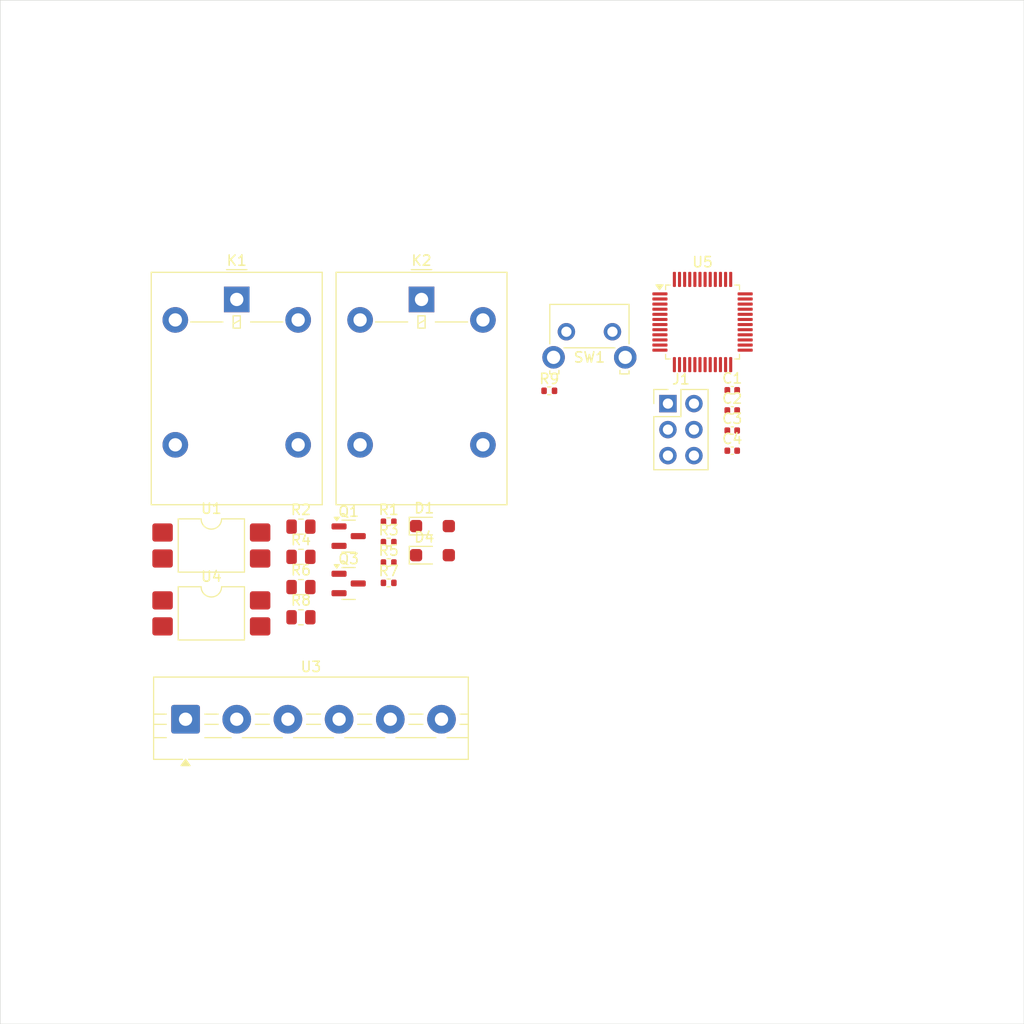
<source format=kicad_pcb>
(kicad_pcb (version 20241229) (generator "pcbnew") (generator_version "9.0")
  (layers (0 "F.Cu" signal) (2 "B.Cu" signal) (13 "F.Paste" user) (15 "B.Paste" user) (5 "F.SilkS" user "F.Silkscreen") (7 "B.SilkS" user "B.Silkscreen") (1 "F.Mask" user) (3 "B.Mask" user) (25 "Edge.Cuts" user))
  (net 0 "")
  (net 1 "/Mcu/VDD")
  (net 2 "GND")
  (net 3 "/Mcu/~{RESET}")
  (net 4 "Net-(D1-K)")
  (net 5 "Net-(D4-K)")
  (net 9 "/Mcu/UPDI")
  (net 10 "/ControlRelays/RELAY_START_NO")
  (net 11 "/ControlRelays/RELAY_START_COM")
  (net 16 "+12V")
  (net 17 "Net-(Q1-B)")
  (net 18 "Net-(Q3-B)")
  (net 19 "Net-(R1-Pad2)")
  (net 20 "Net-(R2-Pad2)")
  (net 21 "/ControlRelays/RELAY_START")
  (net 22 "/ControlRelays/RELAY_STOP")
  (net 23 "Net-(R6-Pad2)")
  (net 24 "Net-(R7-Pad2)")
  (net 25 "Net-(SW1A-B)")
  (net 27 "+5V")
  (net 29 "P_SENSOR_READING")
  (footprint "Relay_THT:Relay_SPDT_Omron-G5LE-1" (layer "F.Cu") (at 102.65 62.725)
    (property "Reference" "K2" (at 0 -3.8 0) (layer "F.SilkS"))
    (property "Value" "G5LE-1")
    (fp_line (start -8.35 -2.65) (end -8.35 20.05) (stroke (width 0.12)) (layer "F.SilkS") (net 1))
    (fp_line (start -8.35 20.05) (end 8.35 20.05) (stroke (width 0.12)) (layer "F.SilkS") (net 1))
    (fp_line (start -4.5 2.2) (end -1.35 2.2) (stroke (width 0.12)) (layer "F.SilkS") (net 1))
    (fp_line (start -1 -2.91) (end 1 -2.91) (stroke (width 0.12)) (layer "F.SilkS") (net 1))
    (fp_line (start -0.35 1.6) (end -0.35 2.8) (stroke (width 0.12)) (layer "F.SilkS") (net 1))
    (fp_line (start -0.35 2.4) (end 0.35 2) (stroke (width 0.12)) (layer "F.SilkS") (net 1))
    (fp_line (start -0.35 2.8) (end 0.35 2.8) (stroke (width 0.12)) (layer "F.SilkS") (net 1))
    (fp_line (start 0.35 1.6) (end -0.35 1.6) (stroke (width 0.12)) (layer "F.SilkS") (net 1))
    (fp_line (start 0.35 2.8) (end 0.35 1.6) (stroke (width 0.12)) (layer "F.SilkS") (net 1))
    (fp_line (start 1.35 2.2) (end 4.5 2.2) (stroke (width 0.12)) (layer "F.SilkS") (net 1))
    (fp_line (start 8.35 -2.65) (end -8.35 -2.65) (stroke (width 0.12)) (layer "F.SilkS") (net 1))
    (fp_line (start 8.35 20.05) (end 8.35 -2.65) (stroke (width 0.12)) (layer "F.SilkS") (net 1))
    (pad "1" thru_hole rect (at 0 0) (size 2.5 2.5) (drill 1.3) (layers "*.Cu" "*.Mask"))
    (pad "2" thru_hole oval (at -6 2) (size 2.5 2.5) (drill 1.3) (layers "*.Cu" "*.Mask") (net 2 "GND"))
    (pad "3" thru_hole oval (at -6 14.2) (size 2.5 2.5) (drill 1.3) (layers "*.Cu" "*.Mask"))
    (pad "4" thru_hole oval (at 6 14.2) (size 2.5 2.5) (drill 1.3) (layers "*.Cu" "*.Mask"))
    (pad "5" thru_hole oval (at 6 2) (size 2.5 2.5) (drill 1.3) (layers "*.Cu" "*.Mask") (net 4 "Net-(D1-K)"))
  )
  (footprint "Package_TO_SOT_SMD:SOT-23" (layer "F.Cu") (at 95.53 90.47)
    (property "Reference" "Q3" (at 0 -2.4 0) (layer "F.SilkS"))
    (property "Value" "MMBT5401")
    (fp_line (start 0 -1.56) (end -0.65 -1.56) (stroke (width 0.12)) (layer "F.SilkS") (net 1))
    (fp_line (start 0 -1.56) (end 0.65 -1.56) (stroke (width 0.12)) (layer "F.SilkS") (net 1))
    (fp_line (start 0 1.56) (end -0.65 1.56) (stroke (width 0.12)) (layer "F.SilkS") (net 1))
    (fp_line (start 0 1.56) (end 0.65 1.56) (stroke (width 0.12)) (layer "F.SilkS") (net 1))
    (fp_poly (pts (xy -1.1625 -1.51) (xy -1.4025 -1.84) (xy -0.9225 -1.84)) (stroke (width 0.12)) (fill yes) (layer "F.SilkS") (net 1))
    (pad "1" smd roundrect (at -0.9375 -0.95) (size 1.475 0.6) (layers "F.Cu" "F.Mask" "F.Paste") (net 18 "Net-(Q3-B)"))
    (pad "2" smd roundrect (at -0.9375 0.95) (size 1.475 0.6) (layers "F.Cu" "F.Mask" "F.Paste") (net 16 "+12V"))
    (pad "3" smd roundrect (at 0.9375 0) (size 1.475 0.6) (layers "F.Cu" "F.Mask" "F.Paste") (net 5 "Net-(D4-K)"))
  )
  (footprint "Package_TO_SOT_SMD:SOT-23" (layer "F.Cu") (at 95.53 85.845)
    (property "Reference" "Q1" (at 0 -2.4 0) (layer "F.SilkS"))
    (property "Value" "MMBT5401")
    (fp_line (start 0 -1.56) (end -0.65 -1.56) (stroke (width 0.12)) (layer "F.SilkS") (net 1))
    (fp_line (start 0 -1.56) (end 0.65 -1.56) (stroke (width 0.12)) (layer "F.SilkS") (net 1))
    (fp_line (start 0 1.56) (end -0.65 1.56) (stroke (width 0.12)) (layer "F.SilkS") (net 1))
    (fp_line (start 0 1.56) (end 0.65 1.56) (stroke (width 0.12)) (layer "F.SilkS") (net 1))
    (fp_poly (pts (xy -1.1625 -1.51) (xy -1.4025 -1.84) (xy -0.9225 -1.84)) (stroke (width 0.12)) (fill yes) (layer "F.SilkS") (net 1))
    (pad "1" smd roundrect (at -0.9375 -0.95) (size 1.475 0.6) (layers "F.Cu" "F.Mask" "F.Paste") (net 17 "Net-(Q1-B)"))
    (pad "2" smd roundrect (at -0.9375 0.95) (size 1.475 0.6) (layers "F.Cu" "F.Mask" "F.Paste") (net 16 "+12V"))
    (pad "3" smd roundrect (at 0.9375 0) (size 1.475 0.6) (layers "F.Cu" "F.Mask" "F.Paste") (net 4 "Net-(D1-K)"))
  )
  (footprint "Capacitor_SMD:C_0402_1005Metric" (layer "F.Cu") (at 133 77.5)
    (property "Reference" "C4" (at 0 -1.16 0) (layer "F.SilkS"))
    (property "Value" "100n")
    (fp_line (start -0.107836 -0.36) (end 0.107836 -0.36) (stroke (width 0.12)) (layer "F.SilkS") (net 1))
    (fp_line (start -0.107836 0.36) (end 0.107836 0.36) (stroke (width 0.12)) (layer "F.SilkS") (net 1))
    (pad "1" smd roundrect (at -0.48 0) (size 0.56 0.62) (layers "F.Cu" "F.Mask" "F.Paste") (net 1 "/Mcu/VDD"))
    (pad "2" smd roundrect (at 0.48 0) (size 0.56 0.62) (layers "F.Cu" "F.Mask" "F.Paste") (net 2 "GND"))
  )
  (footprint "Capacitor_SMD:C_0402_1005Metric" (layer "F.Cu") (at 133 73.56)
    (property "Reference" "C2" (at 0 -1.16 0) (layer "F.SilkS"))
    (property "Value" "100n")
    (fp_line (start -0.107836 -0.36) (end 0.107836 -0.36) (stroke (width 0.12)) (layer "F.SilkS") (net 1))
    (fp_line (start -0.107836 0.36) (end 0.107836 0.36) (stroke (width 0.12)) (layer "F.SilkS") (net 1))
    (pad "1" smd roundrect (at -0.48 0) (size 0.56 0.62) (layers "F.Cu" "F.Mask" "F.Paste") (net 3 "/Mcu/~{RESET}"))
    (pad "2" smd roundrect (at 0.48 0) (size 0.56 0.62) (layers "F.Cu" "F.Mask" "F.Paste") (net 2 "GND"))
  )
  (footprint "Capacitor_SMD:C_0402_1005Metric" (layer "F.Cu") (at 133 75.53)
    (property "Reference" "C3" (at 0 -1.16 0) (layer "F.SilkS"))
    (property "Value" "100n")
    (fp_line (start -0.107836 -0.36) (end 0.107836 -0.36) (stroke (width 0.12)) (layer "F.SilkS") (net 1))
    (fp_line (start -0.107836 0.36) (end 0.107836 0.36) (stroke (width 0.12)) (layer "F.SilkS") (net 1))
    (pad "1" smd roundrect (at -0.48 0) (size 0.56 0.62) (layers "F.Cu" "F.Mask" "F.Paste") (net 1 "/Mcu/VDD"))
    (pad "2" smd roundrect (at 0.48 0) (size 0.56 0.62) (layers "F.Cu" "F.Mask" "F.Paste") (net 2 "GND"))
  )
  (footprint "Resistor_SMD:R_0805_2012Metric" (layer "F.Cu") (at 90.87 84.92)
    (property "Reference" "R2" (at 0 -1.65 0) (layer "F.SilkS"))
    (property "Value" "220")
    (fp_line (start -0.227064 -0.735) (end 0.227064 -0.735) (stroke (width 0.12)) (layer "F.SilkS") (net 1))
    (fp_line (start -0.227064 0.735) (end 0.227064 0.735) (stroke (width 0.12)) (layer "F.SilkS") (net 1))
    (pad "1" smd roundrect (at -0.9125 0) (size 1.025 1.4) (layers "F.Cu" "F.Mask" "F.Paste") (roundrect_rratio 0.243902) (net 21 "/ControlRelays/RELAY_START"))
    (pad "2" smd roundrect (at 0.9125 0) (size 1.025 1.4) (layers "F.Cu" "F.Mask" "F.Paste") (roundrect_rratio 0.243902) (net 20 "Net-(R2-Pad2)"))
  )
  (footprint "Button_Switch_THT:SW_Tactile_SKHH_Angled" (layer "F.Cu") (at 116.8 65.88)
    (property "Reference" "SW1" (at 2.25 2.5 0) (layer "F.SilkS"))
    (property "Value" "SW_DPST_x2")
    (fp_line (start -1.62 -2.67) (end -1.62 1.18) (stroke (width 0.12)) (layer "F.SilkS") (net 1))
    (fp_line (start -1.62 3.82) (end -1.62 4.12) (stroke (width 0.12)) (layer "F.SilkS") (net 1))
    (fp_line (start -0.73 4.12) (end -1.62 4.12) (stroke (width 0.12)) (layer "F.SilkS") (net 1))
    (fp_line (start -0.73 4.12) (end -0.73 3.77) (stroke (width 0.12)) (layer "F.SilkS") (net 1))
    (fp_line (start -0.24 1.57) (end 4.74 1.57) (stroke (width 0.12)) (layer "F.SilkS") (net 1))
    (fp_line (start 5.23 4.12) (end 5.23 3.77) (stroke (width 0.12)) (layer "F.SilkS") (net 1))
    (fp_line (start 6.12 -2.67) (end -1.62 -2.67) (stroke (width 0.12)) (layer "F.SilkS") (net 1))
    (fp_line (start 6.12 1.18) (end 6.12 -2.67) (stroke (width 0.12)) (layer "F.SilkS") (net 1))
    (fp_line (start 6.12 3.82) (end 6.12 4.12) (stroke (width 0.12)) (layer "F.SilkS") (net 1))
    (fp_line (start 6.12 4.12) (end 5.23 4.12) (stroke (width 0.12)) (layer "F.SilkS") (net 1))
    (pad "" thru_hole circle (at -1.25 2.5 180) (size 2.2 2.2) (drill 1.3) (layers "*.Cu" "*.Mask"))
    (pad "" thru_hole circle (at 5.75 2.5 180) (size 2.2 2.2) (drill 1.3) (layers "*.Cu" "*.Mask"))
    (pad "1" thru_hole circle (at 0 0 180) (size 1.7 1.7) (drill 1) (layers "*.Cu" "*.Mask") (net 2 "GND"))
    (pad "2" thru_hole circle (at 4.5 0 180) (size 1.7 1.7) (drill 1) (layers "*.Cu" "*.Mask") (net 25 "Net-(SW1A-B)"))
  )
  (footprint "Resistor_SMD:R_0402_1005Metric" (layer "F.Cu") (at 99.44 88.42)
    (property "Reference" "R5" (at 0 -1.17 0) (layer "F.SilkS"))
    (property "Value" "20k")
    (fp_line (start -0.153641 -0.38) (end 0.153641 -0.38) (stroke (width 0.12)) (layer "F.SilkS") (net 1))
    (fp_line (start -0.153641 0.38) (end 0.153641 0.38) (stroke (width 0.12)) (layer "F.SilkS") (net 1))
    (pad "1" smd roundrect (at -0.51 0) (size 0.54 0.64) (layers "F.Cu" "F.Mask" "F.Paste") (net 22 "/ControlRelays/RELAY_STOP"))
    (pad "2" smd roundrect (at 0.51 0) (size 0.54 0.64) (layers "F.Cu" "F.Mask" "F.Paste") (net 2 "GND"))
  )
  (footprint "Resistor_SMD:R_0805_2012Metric" (layer "F.Cu") (at 90.87 87.87)
    (property "Reference" "R4" (at 0 -1.65 0) (layer "F.SilkS"))
    (property "Value" "1k5")
    (fp_line (start -0.227064 -0.735) (end 0.227064 -0.735) (stroke (width 0.12)) (layer "F.SilkS") (net 1))
    (fp_line (start -0.227064 0.735) (end 0.227064 0.735) (stroke (width 0.12)) (layer "F.SilkS") (net 1))
    (pad "1" smd roundrect (at -0.9125 0) (size 1.025 1.4) (layers "F.Cu" "F.Mask" "F.Paste") (roundrect_rratio 0.243902) (net 19 "Net-(R1-Pad2)"))
    (pad "2" smd roundrect (at 0.9125 0) (size 1.025 1.4) (layers "F.Cu" "F.Mask" "F.Paste") (roundrect_rratio 0.243902) (net 18 "Net-(Q3-B)"))
  )
  (footprint "TerminalBlock:TerminalBlock_MaiXu_MX126-5.0-06P_1x06_P5.00mm" (layer "F.Cu") (at 79.6 103.73)
    (property "Reference" "U3" (at 12.25 -5.12 0) (layer "F.SilkS"))
    (property "Value" "40PC015G")
    (fp_line (start -3.12 -4.12) (end 27.62 -4.12) (stroke (width 0.12)) (layer "F.SilkS") (net 1))
    (fp_line (start -3.12 -0.5) (end -1.88 -0.5) (stroke (width 0.12)) (layer "F.SilkS") (net 1))
    (fp_line (start -3.12 0.5) (end -1.88 0.5) (stroke (width 0.12)) (layer "F.SilkS") (net 1))
    (fp_line (start -3.12 1.8) (end -1.88 1.8) (stroke (width 0.12)) (layer "F.SilkS") (net 1))
    (fp_line (start -3.12 3.92) (end -3.12 -4.12) (stroke (width 0.12)) (layer "F.SilkS") (net 1))
    (fp_line (start -0.3 3.92) (end -3.12 3.92) (stroke (width 0.12)) (layer "F.SilkS") (net 1))
    (fp_line (start 1.88 -0.5) (end 3.188 -0.5) (stroke (width 0.12)) (layer "F.SilkS") (net 1))
    (fp_line (start 1.88 0.5) (end 3.188 0.5) (stroke (width 0.12)) (layer "F.SilkS") (net 1))
    (fp_line (start 1.88 1.8) (end 4.457 1.8) (stroke (width 0.12)) (layer "F.SilkS") (net 1))
    (fp_line (start 5.543 1.8) (end 9.457 1.8) (stroke (width 0.12)) (layer "F.SilkS") (net 1))
    (fp_line (start 6.812 -0.5) (end 8.188 -0.5) (stroke (width 0.12)) (layer "F.SilkS") (net 1))
    (fp_line (start 6.812 0.5) (end 8.188 0.5) (stroke (width 0.12)) (layer "F.SilkS") (net 1))
    (fp_line (start 10.543 1.8) (end 14.457 1.8) (stroke (width 0.12)) (layer "F.SilkS") (net 1))
    (fp_line (start 11.812 -0.5) (end 13.188 -0.5) (stroke (width 0.12)) (layer "F.SilkS") (net 1))
    (fp_line (start 11.812 0.5) (end 13.188 0.5) (stroke (width 0.12)) (layer "F.SilkS") (net 1))
    (fp_line (start 15.543 1.8) (end 19.457 1.8) (stroke (width 0.12)) (layer "F.SilkS") (net 1))
    (fp_line (start 16.812 -0.5) (end 18.188 -0.5) (stroke (width 0.12)) (layer "F.SilkS") (net 1))
    (fp_line (start 16.812 0.5) (end 18.188 0.5) (stroke (width 0.12)) (layer "F.SilkS") (net 1))
    (fp_line (start 20.543 1.8) (end 24.457 1.8) (stroke (width 0.12)) (layer "F.SilkS") (net 1))
    (fp_line (start 21.812 -0.5) (end 23.188 -0.5) (stroke (width 0.12)) (layer "F.SilkS") (net 1))
    (fp_line (start 21.812 0.5) (end 23.188 0.5) (stroke (width 0.12)) (layer "F.SilkS") (net 1))
    (fp_line (start 25.543 1.8) (end 27.62 1.8) (stroke (width 0.12)) (layer "F.SilkS") (net 1))
    (fp_line (start 26.812 -0.5) (end 27.62 -0.5) (stroke (width 0.12)) (layer "F.SilkS") (net 1))
    (fp_line (start 26.812 0.5) (end 27.62 0.5) (stroke (width 0.12)) (layer "F.SilkS") (net 1))
    (fp_line (start 27.62 -4.12) (end 27.62 3.92) (stroke (width 0.12)) (layer "F.SilkS") (net 1))
    (fp_line (start 27.62 3.92) (end 0.3 3.92) (stroke (width 0.12)) (layer "F.SilkS") (net 1))
    (fp_poly (pts (xy 0 3.92) (xy 0.44 4.53) (xy -0.44 4.53)) (stroke (width 0.12)) (fill yes) (layer "F.SilkS") (net 1))
    (pad "1" thru_hole roundrect (at 0 0) (size 2.8 2.8) (drill 1.3) (layers "*.Cu" "*.Mask") (roundrect_rratio 0.089286) (net 27 "+5V"))
    (pad "2" thru_hole circle (at 5 0) (size 2.8 2.8) (drill 1.3) (layers "*.Cu" "*.Mask") (net 2 "GND"))
    (pad "3" thru_hole circle (at 10 0) (size 2.8 2.8) (drill 1.3) (layers "*.Cu" "*.Mask") (net 29 "P_SENSOR_READING"))
    (pad "4" thru_hole circle (at 15 0) (size 2.8 2.8) (drill 1.3) (layers "*.Cu" "*.Mask"))
    (pad "5" thru_hole circle (at 20 0) (size 2.8 2.8) (drill 1.3) (layers "*.Cu" "*.Mask"))
    (pad "6" thru_hole circle (at 25 0) (size 2.8 2.8) (drill 1.3) (layers "*.Cu" "*.Mask"))
  )
  (footprint "Package_DIP:SMDIP-4_W9.53mm" (layer "F.Cu") (at 82.12 93.39)
    (property "Reference" "U4" (at 0 -3.6 0) (layer "F.SilkS"))
    (property "Value" "LTV-817S")
    (fp_line (start -3.235 -2.6) (end -3.235 2.6) (stroke (width 0.12)) (layer "F.SilkS") (net 1))
    (fp_line (start -3.235 2.6) (end 3.235 2.6) (stroke (width 0.12)) (layer "F.SilkS") (net 1))
    (fp_line (start -1 -2.6) (end -3.235 -2.6) (stroke (width 0.12)) (layer "F.SilkS") (net 1))
    (fp_line (start 3.235 -2.6) (end 1 -2.6) (stroke (width 0.12)) (layer "F.SilkS") (net 1))
    (fp_line (start 3.235 2.6) (end 3.235 -2.6) (stroke (width 0.12)) (layer "F.SilkS") (net 1))
    (fp_arc (start 1 -2.6) (mid 0 -1.6) (end -1 -2.6) (stroke (width 0.12)) (layer "F.SilkS") (net 1))
    (pad "1" smd roundrect (at -4.765 -1.27) (size 2 1.78) (layers "F.Cu" "F.Mask" "F.Paste") (roundrect_rratio 0.140449) (net 20 "Net-(R2-Pad2)"))
    (pad "2" smd roundrect (at -4.765 1.27) (size 2 1.78) (layers "F.Cu" "F.Mask" "F.Paste") (roundrect_rratio 0.140449) (net 2 "GND"))
    (pad "3" smd roundrect (at 4.765 1.27) (size 2 1.78) (layers "F.Cu" "F.Mask" "F.Paste") (roundrect_rratio 0.140449) (net 2 "GND"))
    (pad "4" smd roundrect (at 4.765 -1.27) (size 2 1.78) (layers "F.Cu" "F.Mask" "F.Paste") (roundrect_rratio 0.140449) (net 19 "Net-(R1-Pad2)"))
  )
  (footprint "Package_DIP:SMDIP-4_W9.53mm" (layer "F.Cu") (at 82.12 86.76)
    (property "Reference" "U1" (at 0 -3.6 0) (layer "F.SilkS"))
    (property "Value" "LTV-817S")
    (fp_line (start -3.235 -2.6) (end -3.235 2.6) (stroke (width 0.12)) (layer "F.SilkS") (net 1))
    (fp_line (start -3.235 2.6) (end 3.235 2.6) (stroke (width 0.12)) (layer "F.SilkS") (net 1))
    (fp_line (start -1 -2.6) (end -3.235 -2.6) (stroke (width 0.12)) (layer "F.SilkS") (net 1))
    (fp_line (start 3.235 -2.6) (end 1 -2.6) (stroke (width 0.12)) (layer "F.SilkS") (net 1))
    (fp_line (start 3.235 2.6) (end 3.235 -2.6) (stroke (width 0.12)) (layer "F.SilkS") (net 1))
    (fp_arc (start 1 -2.6) (mid 0 -1.6) (end -1 -2.6) (stroke (width 0.12)) (layer "F.SilkS") (net 1))
    (pad "1" smd roundrect (at -4.765 -1.27) (size 2 1.78) (layers "F.Cu" "F.Mask" "F.Paste") (roundrect_rratio 0.140449) (net 23 "Net-(R6-Pad2)"))
    (pad "2" smd roundrect (at -4.765 1.27) (size 2 1.78) (layers "F.Cu" "F.Mask" "F.Paste") (roundrect_rratio 0.140449) (net 2 "GND"))
    (pad "3" smd roundrect (at 4.765 1.27) (size 2 1.78) (layers "F.Cu" "F.Mask" "F.Paste") (roundrect_rratio 0.140449) (net 2 "GND"))
    (pad "4" smd roundrect (at 4.765 -1.27) (size 2 1.78) (layers "F.Cu" "F.Mask" "F.Paste") (roundrect_rratio 0.140449) (net 24 "Net-(R7-Pad2)"))
  )
  (footprint "pump:SM4007PL" (layer "F.Cu") (at 102.915 87.705)
    (property "Reference" "D4" (at 0 -1.75 0) (layer "F.SilkS"))
    (property "Value" "SM4007PL")
    (fp_line (start -1.46 -0.86) (end -1.46 0.86) (stroke (width 0.12)) (layer "F.SilkS") (net 1))
    (fp_line (start -1.46 0.86) (end 0.8 0.86) (stroke (width 0.12)) (layer "F.SilkS") (net 1))
    (fp_line (start 0.8 -0.86) (end -1.46 -0.86) (stroke (width 0.12)) (layer "F.SilkS") (net 1))
    (pad "1" smd roundrect (at -0.8 0) (size 1.2 1.2) (layers "F.Cu" "F.Mask" "F.Paste") (net 5 "Net-(D4-K)"))
    (pad "2" smd roundrect (at 2.4 0) (size 1.2 1.2) (layers "F.Cu" "F.Mask" "F.Paste") (net 2 "GND"))
  )
  (footprint "Resistor_SMD:R_0402_1005Metric" (layer "F.Cu") (at 99.44 86.43)
    (property "Reference" "R3" (at 0 -1.17 0) (layer "F.SilkS"))
    (property "Value" "20k")
    (fp_line (start -0.153641 -0.38) (end 0.153641 -0.38) (stroke (width 0.12)) (layer "F.SilkS") (net 1))
    (fp_line (start -0.153641 0.38) (end 0.153641 0.38) (stroke (width 0.12)) (layer "F.SilkS") (net 1))
    (pad "1" smd roundrect (at -0.51 0) (size 0.54 0.64) (layers "F.Cu" "F.Mask" "F.Paste") (net 21 "/ControlRelays/RELAY_START"))
    (pad "2" smd roundrect (at 0.51 0) (size 0.54 0.64) (layers "F.Cu" "F.Mask" "F.Paste") (net 2 "GND"))
  )
  (footprint "Capacitor_SMD:C_0402_1005Metric" (layer "F.Cu") (at 133 71.59)
    (property "Reference" "C1" (at 0 -1.16 0) (layer "F.SilkS"))
    (property "Value" "100n")
    (fp_line (start -0.107836 -0.36) (end 0.107836 -0.36) (stroke (width 0.12)) (layer "F.SilkS") (net 1))
    (fp_line (start -0.107836 0.36) (end 0.107836 0.36) (stroke (width 0.12)) (layer "F.SilkS") (net 1))
    (pad "1" smd roundrect (at -0.48 0) (size 0.56 0.62) (layers "F.Cu" "F.Mask" "F.Paste") (net 1 "/Mcu/VDD"))
    (pad "2" smd roundrect (at 0.48 0) (size 0.56 0.62) (layers "F.Cu" "F.Mask" "F.Paste") (net 2 "GND"))
  )
  (footprint "pump:SM4007PL" (layer "F.Cu") (at 102.915 84.865)
    (property "Reference" "D1" (at 0 -1.75 0) (layer "F.SilkS"))
    (property "Value" "SM4007PL")
    (fp_line (start -1.46 -0.86) (end -1.46 0.86) (stroke (width 0.12)) (layer "F.SilkS") (net 1))
    (fp_line (start -1.46 0.86) (end 0.8 0.86) (stroke (width 0.12)) (layer "F.SilkS") (net 1))
    (fp_line (start 0.8 -0.86) (end -1.46 -0.86) (stroke (width 0.12)) (layer "F.SilkS") (net 1))
    (pad "1" smd roundrect (at -0.8 0) (size 1.2 1.2) (layers "F.Cu" "F.Mask" "F.Paste") (net 4 "Net-(D1-K)"))
    (pad "2" smd roundrect (at 2.4 0) (size 1.2 1.2) (layers "F.Cu" "F.Mask" "F.Paste") (net 2 "GND"))
  )
  (footprint "Resistor_SMD:R_0805_2012Metric" (layer "F.Cu") (at 90.87 90.82)
    (property "Reference" "R6" (at 0 -1.65 0) (layer "F.SilkS"))
    (property "Value" "220")
    (fp_line (start -0.227064 -0.735) (end 0.227064 -0.735) (stroke (width 0.12)) (layer "F.SilkS") (net 1))
    (fp_line (start -0.227064 0.735) (end 0.227064 0.735) (stroke (width 0.12)) (layer "F.SilkS") (net 1))
    (pad "1" smd roundrect (at -0.9125 0) (size 1.025 1.4) (layers "F.Cu" "F.Mask" "F.Paste") (roundrect_rratio 0.243902) (net 22 "/ControlRelays/RELAY_STOP"))
    (pad "2" smd roundrect (at 0.9125 0) (size 1.025 1.4) (layers "F.Cu" "F.Mask" "F.Paste") (roundrect_rratio 0.243902) (net 23 "Net-(R6-Pad2)"))
  )
  (footprint "Resistor_SMD:R_0805_2012Metric" (layer "F.Cu") (at 90.87 93.77)
    (property "Reference" "R8" (at 0 -1.65 0) (layer "F.SilkS"))
    (property "Value" "1k5")
    (fp_line (start -0.227064 -0.735) (end 0.227064 -0.735) (stroke (width 0.12)) (layer "F.SilkS") (net 1))
    (fp_line (start -0.227064 0.735) (end 0.227064 0.735) (stroke (width 0.12)) (layer "F.SilkS") (net 1))
    (pad "1" smd roundrect (at -0.9125 0) (size 1.025 1.4) (layers "F.Cu" "F.Mask" "F.Paste") (roundrect_rratio 0.243902) (net 24 "Net-(R7-Pad2)"))
    (pad "2" smd roundrect (at 0.9125 0) (size 1.025 1.4) (layers "F.Cu" "F.Mask" "F.Paste") (roundrect_rratio 0.243902) (net 17 "Net-(Q1-B)"))
  )
  (footprint "Connector_PinHeader_2.54mm:PinHeader_2x03_P2.54mm_Vertical" (layer "F.Cu") (at 126.72 72.9)
    (property "Reference" "J1" (at 1.27 -2.38 0) (layer "F.SilkS"))
    (property "Value" "AVR-UPDI-6")
    (fp_line (start -1.38 -1.38) (end 0 -1.38) (stroke (width 0.12)) (layer "F.SilkS") (net 1))
    (fp_line (start -1.38 0) (end -1.38 -1.38) (stroke (width 0.12)) (layer "F.SilkS") (net 1))
    (fp_line (start -1.38 1.27) (end -1.38 6.46) (stroke (width 0.12)) (layer "F.SilkS") (net 1))
    (fp_line (start -1.38 1.27) (end 1.27 1.27) (stroke (width 0.12)) (layer "F.SilkS") (net 1))
    (fp_line (start -1.38 6.46) (end 3.92 6.46) (stroke (width 0.12)) (layer "F.SilkS") (net 1))
    (fp_line (start 1.27 -1.38) (end 3.92 -1.38) (stroke (width 0.12)) (layer "F.SilkS") (net 1))
    (fp_line (start 1.27 1.27) (end 1.27 -1.38) (stroke (width 0.12)) (layer "F.SilkS") (net 1))
    (fp_line (start 3.92 -1.38) (end 3.92 6.46) (stroke (width 0.12)) (layer "F.SilkS") (net 1))
    (pad "1" thru_hole rect (at 0 0) (size 1.7 1.7) (drill 1) (layers "*.Cu" "*.Mask") (net 9 "/Mcu/UPDI"))
    (pad "2" thru_hole circle (at 2.54 0) (size 1.7 1.7) (drill 1) (layers "*.Cu" "*.Mask") (net 1 "/Mcu/VDD"))
    (pad "3" thru_hole circle (at 0 2.54) (size 1.7 1.7) (drill 1) (layers "*.Cu" "*.Mask"))
    (pad "4" thru_hole circle (at 2.54 2.54) (size 1.7 1.7) (drill 1) (layers "*.Cu" "*.Mask"))
    (pad "5" thru_hole circle (at 0 5.08) (size 1.7 1.7) (drill 1) (layers "*.Cu" "*.Mask"))
    (pad "6" thru_hole circle (at 2.54 5.08) (size 1.7 1.7) (drill 1) (layers "*.Cu" "*.Mask") (net 2 "GND"))
  )
  (footprint "Resistor_SMD:R_0402_1005Metric" (layer "F.Cu") (at 115.13 71.65)
    (property "Reference" "R9" (at 0 -1.17 0) (layer "F.SilkS"))
    (property "Value" "330")
    (fp_line (start -0.153641 -0.38) (end 0.153641 -0.38) (stroke (width 0.12)) (layer "F.SilkS") (net 1))
    (fp_line (start -0.153641 0.38) (end 0.153641 0.38) (stroke (width 0.12)) (layer "F.SilkS") (net 1))
    (pad "1" smd roundrect (at -0.51 0) (size 0.54 0.64) (layers "F.Cu" "F.Mask" "F.Paste") (net 25 "Net-(SW1A-B)"))
    (pad "2" smd roundrect (at 0.51 0) (size 0.54 0.64) (layers "F.Cu" "F.Mask" "F.Paste") (net 3 "/Mcu/~{RESET}"))
  )
  (footprint "Resistor_SMD:R_0402_1005Metric" (layer "F.Cu") (at 99.44 84.44)
    (property "Reference" "R1" (at 0 -1.17 0) (layer "F.SilkS"))
    (property "Value" "20k")
    (fp_line (start -0.153641 -0.38) (end 0.153641 -0.38) (stroke (width 0.12)) (layer "F.SilkS") (net 1))
    (fp_line (start -0.153641 0.38) (end 0.153641 0.38) (stroke (width 0.12)) (layer "F.SilkS") (net 1))
    (pad "1" smd roundrect (at -0.51 0) (size 0.54 0.64) (layers "F.Cu" "F.Mask" "F.Paste") (net 16 "+12V"))
    (pad "2" smd roundrect (at 0.51 0) (size 0.54 0.64) (layers "F.Cu" "F.Mask" "F.Paste") (net 19 "Net-(R1-Pad2)"))
  )
  (footprint "Relay_THT:Relay_SPDT_Omron-G5LE-1" (layer "F.Cu") (at 84.6 62.725)
    (property "Reference" "K1" (at 0 -3.8 0) (layer "F.SilkS"))
    (property "Value" "G5LE-1")
    (fp_line (start -8.35 -2.65) (end -8.35 20.05) (stroke (width 0.12)) (layer "F.SilkS") (net 1))
    (fp_line (start -8.35 20.05) (end 8.35 20.05) (stroke (width 0.12)) (layer "F.SilkS") (net 1))
    (fp_line (start -4.5 2.2) (end -1.35 2.2) (stroke (width 0.12)) (layer "F.SilkS") (net 1))
    (fp_line (start -1 -2.91) (end 1 -2.91) (stroke (width 0.12)) (layer "F.SilkS") (net 1))
    (fp_line (start -0.35 1.6) (end -0.35 2.8) (stroke (width 0.12)) (layer "F.SilkS") (net 1))
    (fp_line (start -0.35 2.4) (end 0.35 2) (stroke (width 0.12)) (layer "F.SilkS") (net 1))
    (fp_line (start -0.35 2.8) (end 0.35 2.8) (stroke (width 0.12)) (layer "F.SilkS") (net 1))
    (fp_line (start 0.35 1.6) (end -0.35 1.6) (stroke (width 0.12)) (layer "F.SilkS") (net 1))
    (fp_line (start 0.35 2.8) (end 0.35 1.6) (stroke (width 0.12)) (layer "F.SilkS") (net 1))
    (fp_line (start 1.35 2.2) (end 4.5 2.2) (stroke (width 0.12)) (layer "F.SilkS") (net 1))
    (fp_line (start 8.35 -2.65) (end -8.35 -2.65) (stroke (width 0.12)) (layer "F.SilkS") (net 1))
    (fp_line (start 8.35 20.05) (end 8.35 -2.65) (stroke (width 0.12)) (layer "F.SilkS") (net 1))
    (pad "1" thru_hole rect (at 0 0) (size 2.5 2.5) (drill 1.3) (layers "*.Cu" "*.Mask") (net 11 "/ControlRelays/RELAY_START_COM"))
    (pad "2" thru_hole oval (at -6 2) (size 2.5 2.5) (drill 1.3) (layers "*.Cu" "*.Mask") (net 2 "GND"))
    (pad "3" thru_hole oval (at -6 14.2) (size 2.5 2.5) (drill 1.3) (layers "*.Cu" "*.Mask") (net 10 "/ControlRelays/RELAY_START_NO"))
    (pad "4" thru_hole oval (at 6 14.2) (size 2.5 2.5) (drill 1.3) (layers "*.Cu" "*.Mask"))
    (pad "5" thru_hole oval (at 6 2) (size 2.5 2.5) (drill 1.3) (layers "*.Cu" "*.Mask") (net 5 "Net-(D4-K)"))
  )
  (footprint "Package_QFP:TQFP-48_7x7mm_P0.5mm" (layer "F.Cu") (at 130.1 64.93)
    (property "Reference" "U5" (at 0 -5.85 0) (layer "F.SilkS"))
    (property "Value" "AVR64DA48-I/PT")
    (fp_line (start -3.61 -3.61) (end -3.61 -3.16) (stroke (width 0.12)) (layer "F.SilkS") (net 1))
    (fp_line (start -3.61 3.61) (end -3.61 3.16) (stroke (width 0.12)) (layer "F.SilkS") (net 1))
    (fp_line (start -3.16 -3.61) (end -3.61 -3.61) (stroke (width 0.12)) (layer "F.SilkS") (net 1))
    (fp_line (start -3.16 3.61) (end -3.61 3.61) (stroke (width 0.12)) (layer "F.SilkS") (net 1))
    (fp_line (start 3.16 -3.61) (end 3.61 -3.61) (stroke (width 0.12)) (layer "F.SilkS") (net 1))
    (fp_line (start 3.16 3.61) (end 3.61 3.61) (stroke (width 0.12)) (layer "F.SilkS") (net 1))
    (fp_line (start 3.61 -3.61) (end 3.61 -3.16) (stroke (width 0.12)) (layer "F.SilkS") (net 1))
    (fp_line (start 3.61 3.61) (end 3.61 3.16) (stroke (width 0.12)) (layer "F.SilkS") (net 1))
    (fp_poly (pts (xy -4.2 -3.16) (xy -4.54 -3.63) (xy -3.86 -3.63)) (stroke (width 0.12)) (fill yes) (layer "F.SilkS") (net 1))
    (pad "1" smd roundrect (at -4.1625 -2.75) (size 1.475 0.3) (layers "F.Cu" "F.Mask" "F.Paste"))
    (pad "2" smd roundrect (at -4.1625 -2.25) (size 1.475 0.3) (layers "F.Cu" "F.Mask" "F.Paste"))
    (pad "3" smd roundrect (at -4.1625 -1.75) (size 1.475 0.3) (layers "F.Cu" "F.Mask" "F.Paste"))
    (pad "4" smd roundrect (at -4.1625 -1.25) (size 1.475 0.3) (layers "F.Cu" "F.Mask" "F.Paste"))
    (pad "5" smd roundrect (at -4.1625 -0.75) (size 1.475 0.3) (layers "F.Cu" "F.Mask" "F.Paste"))
    (pad "6" smd roundrect (at -4.1625 -0.25) (size 1.475 0.3) (layers "F.Cu" "F.Mask" "F.Paste"))
    (pad "7" smd roundrect (at -4.1625 0.25) (size 1.475 0.3) (layers "F.Cu" "F.Mask" "F.Paste"))
    (pad "8" smd roundrect (at -4.1625 0.75) (size 1.475 0.3) (layers "F.Cu" "F.Mask" "F.Paste"))
    (pad "9" smd roundrect (at -4.1625 1.25) (size 1.475 0.3) (layers "F.Cu" "F.Mask" "F.Paste"))
    (pad "10" smd roundrect (at -4.1625 1.75) (size 1.475 0.3) (layers "F.Cu" "F.Mask" "F.Paste"))
    (pad "11" smd roundrect (at -4.1625 2.25) (size 1.475 0.3) (layers "F.Cu" "F.Mask" "F.Paste"))
    (pad "12" smd roundrect (at -4.1625 2.75) (size 1.475 0.3) (layers "F.Cu" "F.Mask" "F.Paste"))
    (pad "13" smd roundrect (at -2.75 4.1625) (size 0.3 1.475) (layers "F.Cu" "F.Mask" "F.Paste"))
    (pad "14" smd roundrect (at -2.25 4.1625) (size 0.3 1.475) (layers "F.Cu" "F.Mask" "F.Paste") (net 1 "/Mcu/VDD"))
    (pad "15" smd roundrect (at -1.75 4.1625) (size 0.3 1.475) (layers "F.Cu" "F.Mask" "F.Paste") (net 2 "GND"))
    (pad "16" smd roundrect (at -1.25 4.1625) (size 0.3 1.475) (layers "F.Cu" "F.Mask" "F.Paste"))
    (pad "17" smd roundrect (at -0.75 4.1625) (size 0.3 1.475) (layers "F.Cu" "F.Mask" "F.Paste"))
    (pad "18" smd roundrect (at -0.25 4.1625) (size 0.3 1.475) (layers "F.Cu" "F.Mask" "F.Paste"))
    (pad "19" smd roundrect (at 0.25 4.1625) (size 0.3 1.475) (layers "F.Cu" "F.Mask" "F.Paste"))
    (pad "20" smd roundrect (at 0.75 4.1625) (size 0.3 1.475) (layers "F.Cu" "F.Mask" "F.Paste"))
    (pad "21" smd roundrect (at 1.25 4.1625) (size 0.3 1.475) (layers "F.Cu" "F.Mask" "F.Paste"))
    (pad "22" smd roundrect (at 1.75 4.1625) (size 0.3 1.475) (layers "F.Cu" "F.Mask" "F.Paste"))
    (pad "23" smd roundrect (at 2.25 4.1625) (size 0.3 1.475) (layers "F.Cu" "F.Mask" "F.Paste"))
    (pad "24" smd roundrect (at 2.75 4.1625) (size 0.3 1.475) (layers "F.Cu" "F.Mask" "F.Paste"))
    (pad "25" smd roundrect (at 4.1625 2.75) (size 1.475 0.3) (layers "F.Cu" "F.Mask" "F.Paste"))
    (pad "26" smd roundrect (at 4.1625 2.25) (size 1.475 0.3) (layers "F.Cu" "F.Mask" "F.Paste"))
    (pad "27" smd roundrect (at 4.1625 1.75) (size 1.475 0.3) (layers "F.Cu" "F.Mask" "F.Paste"))
    (pad "28" smd roundrect (at 4.1625 1.25) (size 1.475 0.3) (layers "F.Cu" "F.Mask" "F.Paste") (net 1 "/Mcu/VDD"))
    (pad "29" smd roundrect (at 4.1625 0.75) (size 1.475 0.3) (layers "F.Cu" "F.Mask" "F.Paste") (net 2 "GND"))
    (pad "30" smd roundrect (at 4.1625 0.25) (size 1.475 0.3) (layers "F.Cu" "F.Mask" "F.Paste"))
    (pad "31" smd roundrect (at 4.1625 -0.25) (size 1.475 0.3) (layers "F.Cu" "F.Mask" "F.Paste"))
    (pad "32" smd roundrect (at 4.1625 -0.75) (size 1.475 0.3) (layers "F.Cu" "F.Mask" "F.Paste"))
    (pad "33" smd roundrect (at 4.1625 -1.25) (size 1.475 0.3) (layers "F.Cu" "F.Mask" "F.Paste"))
    (pad "34" smd roundrect (at 4.1625 -1.75) (size 1.475 0.3) (layers "F.Cu" "F.Mask" "F.Paste"))
    (pad "35" smd roundrect (at 4.1625 -2.25) (size 1.475 0.3) (layers "F.Cu" "F.Mask" "F.Paste"))
    (pad "36" smd roundrect (at 4.1625 -2.75) (size 1.475 0.3) (layers "F.Cu" "F.Mask" "F.Paste"))
    (pad "37" smd roundrect (at 2.75 -4.1625) (size 0.3 1.475) (layers "F.Cu" "F.Mask" "F.Paste"))
    (pad "38" smd roundrect (at 2.25 -4.1625) (size 0.3 1.475) (layers "F.Cu" "F.Mask" "F.Paste"))
    (pad "39" smd roundrect (at 1.75 -4.1625) (size 0.3 1.475) (layers "F.Cu" "F.Mask" "F.Paste"))
    (pad "40" smd roundrect (at 1.25 -4.1625) (size 0.3 1.475) (layers "F.Cu" "F.Mask" "F.Paste") (net 3 "/Mcu/~{RESET}"))
    (pad "41" smd roundrect (at 0.75 -4.1625) (size 0.3 1.475) (layers "F.Cu" "F.Mask" "F.Paste") (net 9 "/Mcu/UPDI"))
    (pad "42" smd roundrect (at 0.25 -4.1625) (size 0.3 1.475) (layers "F.Cu" "F.Mask" "F.Paste") (net 1 "/Mcu/VDD"))
    (pad "43" smd roundrect (at -0.25 -4.1625) (size 0.3 1.475) (layers "F.Cu" "F.Mask" "F.Paste") (net 2 "GND"))
    (pad "44" smd roundrect (at -0.75 -4.1625) (size 0.3 1.475) (layers "F.Cu" "F.Mask" "F.Paste"))
    (pad "45" smd roundrect (at -1.25 -4.1625) (size 0.3 1.475) (layers "F.Cu" "F.Mask" "F.Paste"))
    (pad "46" smd roundrect (at -1.75 -4.1625) (size 0.3 1.475) (layers "F.Cu" "F.Mask" "F.Paste"))
    (pad "47" smd roundrect (at -2.25 -4.1625) (size 0.3 1.475) (layers "F.Cu" "F.Mask" "F.Paste"))
    (pad "48" smd roundrect (at -2.75 -4.1625) (size 0.3 1.475) (layers "F.Cu" "F.Mask" "F.Paste"))
  )
  (footprint "Resistor_SMD:R_0402_1005Metric" (layer "F.Cu") (at 99.44 90.41)
    (property "Reference" "R7" (at 0 -1.17 0) (layer "F.SilkS"))
    (property "Value" "20k")
    (fp_line (start -0.153641 -0.38) (end 0.153641 -0.38) (stroke (width 0.12)) (layer "F.SilkS") (net 1))
    (fp_line (start -0.153641 0.38) (end 0.153641 0.38) (stroke (width 0.12)) (layer "F.SilkS") (net 1))
    (pad "1" smd roundrect (at -0.51 0) (size 0.54 0.64) (layers "F.Cu" "F.Mask" "F.Paste") (net 16 "+12V"))
    (pad "2" smd roundrect (at 0.51 0) (size 0.54 0.64) (layers "F.Cu" "F.Mask" "F.Paste") (net 24 "Net-(R7-Pad2)"))
  )
  (gr_rect (start 61.5 33.5) (end 161.5 133.5) (stroke (width 0.05)) (fill no) (layer "Edge.Cuts"))
)
</source>
